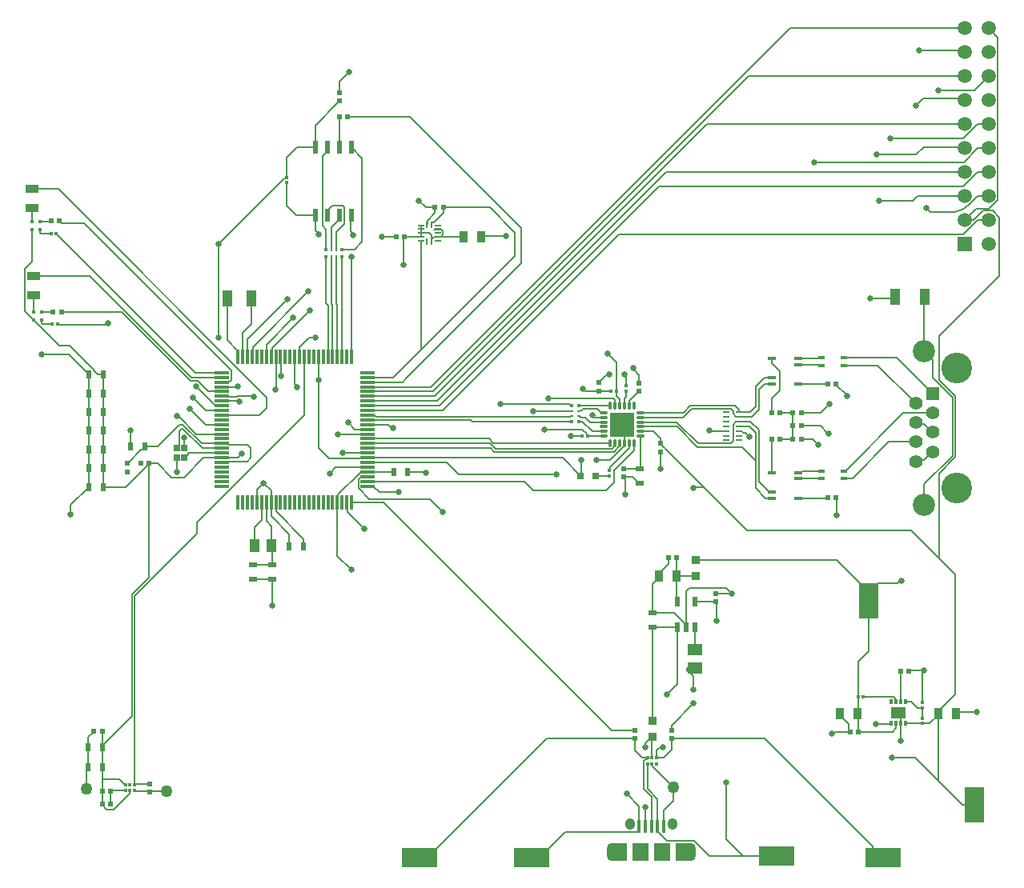
<source format=gtl>
G04*
G04 #@! TF.GenerationSoftware,Altium Limited,Altium Designer,20.1.14 (287)*
G04*
G04 Layer_Physical_Order=1*
G04 Layer_Color=15238730*
%FSLAX25Y25*%
%MOIN*%
G70*
G04*
G04 #@! TF.SameCoordinates,337FD55F-C749-4CE5-A7C0-25B7CD9D1A6A*
G04*
G04*
G04 #@! TF.FilePolarity,Positive*
G04*
G01*
G75*
%ADD14C,0.00600*%
G04:AMPARAMS|DCode=17|XSize=29.13mil|YSize=8.66mil|CornerRadius=0.26mil|HoleSize=0mil|Usage=FLASHONLY|Rotation=0.000|XOffset=0mil|YOffset=0mil|HoleType=Round|Shape=RoundedRectangle|*
%AMROUNDEDRECTD17*
21,1,0.02913,0.00814,0,0,0.0*
21,1,0.02861,0.00866,0,0,0.0*
1,1,0.00052,0.01431,-0.00407*
1,1,0.00052,-0.01431,-0.00407*
1,1,0.00052,-0.01431,0.00407*
1,1,0.00052,0.01431,0.00407*
%
%ADD17ROUNDEDRECTD17*%
%ADD18R,0.01713X0.01024*%
%ADD19R,0.01713X0.01614*%
%ADD20R,0.01614X0.01713*%
%ADD21R,0.01024X0.01713*%
G04:AMPARAMS|DCode=22|XSize=31.89mil|YSize=10.24mil|CornerRadius=1.28mil|HoleSize=0mil|Usage=FLASHONLY|Rotation=180.000|XOffset=0mil|YOffset=0mil|HoleType=Round|Shape=RoundedRectangle|*
%AMROUNDEDRECTD22*
21,1,0.03189,0.00768,0,0,180.0*
21,1,0.02933,0.01024,0,0,180.0*
1,1,0.00256,-0.01467,0.00384*
1,1,0.00256,0.01467,0.00384*
1,1,0.00256,0.01467,-0.00384*
1,1,0.00256,-0.01467,-0.00384*
%
%ADD22ROUNDEDRECTD22*%
G04:AMPARAMS|DCode=23|XSize=31.89mil|YSize=10.24mil|CornerRadius=1.28mil|HoleSize=0mil|Usage=FLASHONLY|Rotation=270.000|XOffset=0mil|YOffset=0mil|HoleType=Round|Shape=RoundedRectangle|*
%AMROUNDEDRECTD23*
21,1,0.03189,0.00768,0,0,270.0*
21,1,0.02933,0.01024,0,0,270.0*
1,1,0.00256,-0.00384,-0.01467*
1,1,0.00256,-0.00384,0.01467*
1,1,0.00256,0.00384,0.01467*
1,1,0.00256,0.00384,-0.01467*
%
%ADD23ROUNDEDRECTD23*%
%ADD24R,0.10236X0.10236*%
%ADD25R,0.02362X0.02205*%
%ADD26R,0.02205X0.02362*%
%ADD27R,0.02362X0.02126*%
%ADD28R,0.02126X0.02362*%
%ADD29R,0.01968X0.03959*%
%ADD30R,0.01200X0.01800*%
%ADD31R,0.03700X0.01600*%
%ADD32R,0.03543X0.05118*%
%ADD33R,0.02362X0.03543*%
%ADD34R,0.02200X0.05800*%
%ADD35R,0.01575X0.01496*%
%ADD36R,0.07100X0.07500*%
%ADD37O,0.03900X0.07500*%
%ADD38O,0.04100X0.04900*%
%ADD39R,0.01600X0.05300*%
%ADD40R,0.14961X0.07992*%
%ADD41R,0.03661X0.03504*%
%ADD42R,0.05906X0.05118*%
%ADD43R,0.01496X0.01575*%
%ADD44R,0.01772X0.01772*%
%ADD45R,0.05591X0.03622*%
%ADD46R,0.02559X0.02953*%
%ADD47R,0.04331X0.05591*%
%ADD48R,0.03543X0.02362*%
%ADD49R,0.05906X0.01181*%
%ADD50R,0.01181X0.05906*%
%ADD51R,0.03937X0.07087*%
G04:AMPARAMS|DCode=53|XSize=16.54mil|YSize=12.21mil|CornerRadius=3.05mil|HoleSize=0mil|Usage=FLASHONLY|Rotation=90.000|XOffset=0mil|YOffset=0mil|HoleType=Round|Shape=RoundedRectangle|*
%AMROUNDEDRECTD53*
21,1,0.01654,0.00610,0,0,90.0*
21,1,0.01043,0.01221,0,0,90.0*
1,1,0.00610,0.00305,0.00522*
1,1,0.00610,0.00305,-0.00522*
1,1,0.00610,-0.00305,-0.00522*
1,1,0.00610,-0.00305,0.00522*
%
%ADD53ROUNDEDRECTD53*%
%ADD54R,0.04173X0.07165*%
%ADD55R,0.07992X0.14961*%
%ADD56R,0.03150X0.03150*%
%ADD82R,0.05906X0.04724*%
%ADD91R,0.02800X0.01400*%
%ADD104R,0.02677X0.00787*%
%ADD105R,0.00787X0.02677*%
%ADD106R,0.01200X0.02400*%
%ADD107C,0.05937*%
%ADD108R,0.05937X0.05937*%
%ADD109C,0.12795*%
%ADD110C,0.05504*%
%ADD111R,0.05504X0.05504*%
%ADD112C,0.09272*%
%ADD113C,0.02500*%
%ADD114C,0.05000*%
%ADD115C,0.02600*%
%ADD116C,0.02400*%
G36*
X294165Y14750D02*
Y9650D01*
X295365Y8450D01*
X289165D01*
Y15950D01*
X295365D01*
X294165Y14750D01*
D02*
G37*
G36*
X268690Y8450D02*
X262490D01*
X263690Y9650D01*
Y14750D01*
X262490Y15950D01*
X268690D01*
Y8450D01*
D02*
G37*
D14*
X405357Y278900D02*
G03*
X411351Y282081I-2181J11350D01*
G01*
X379100Y51500D02*
X388704D01*
X398247Y41957D01*
X372200Y65600D02*
X378447D01*
X378647Y65800D01*
X364943Y76900D02*
Y91404D01*
X369243Y95704D01*
Y116900D01*
X367147Y76900D02*
X379620D01*
X364943D02*
X365047Y76795D01*
X380316Y75100D02*
X380616Y74800D01*
X380316Y75100D02*
Y76204D01*
X379620Y76900D02*
X380316Y76204D01*
X369447Y116900D02*
Y119975D01*
X369243Y120179D02*
X369447Y119975D01*
X380616Y63700D02*
Y65800D01*
X379214Y62298D02*
X380616Y63700D01*
X365098Y62298D02*
X379214D01*
X365048Y62348D02*
X365098Y62298D01*
X369243Y120179D02*
X369447Y120384D01*
X373143Y124080D01*
X254500Y194100D02*
X255299Y193301D01*
X249585Y196341D02*
X249913D01*
X250372Y196800D01*
X256380D01*
X250100Y191552D02*
X254256Y187396D01*
X248684Y191552D02*
X250100D01*
X254256Y187396D02*
X258993D01*
X253413Y191333D02*
X258993D01*
X248895Y193604D02*
X249445D01*
X249790Y193259D01*
X251487D01*
X248684Y193816D02*
X248895Y193604D01*
X251487Y193259D02*
X253413Y191333D01*
X189806Y271632D02*
X191424D01*
X189900Y268669D02*
X191424D01*
X69604Y173910D02*
Y174029D01*
Y126501D02*
Y173910D01*
X183000Y221500D02*
X222100Y260600D01*
X171453Y209953D02*
X183000Y221500D01*
X182931Y221568D02*
Y267001D01*
Y221568D02*
X183000Y221500D01*
X224800Y257400D02*
Y272300D01*
X176700Y209400D02*
X176800D01*
X224800Y257400D01*
X187400Y273635D02*
Y274580D01*
X187494Y274673D01*
X188382D01*
X37100Y152800D02*
Y156697D01*
X44667Y164264D01*
X25100Y219500D02*
X36189D01*
X44625Y211064D01*
X392361Y243245D02*
X392516Y243400D01*
X392361Y220762D02*
Y243245D01*
Y220762D02*
Y221016D01*
X149000Y328500D02*
Y333100D01*
X153100Y337200D01*
X148882Y325098D02*
X149000D01*
X148119Y324335D02*
X148882Y325098D01*
X148119Y324217D02*
Y324335D01*
X138900Y314998D02*
X148119Y324217D01*
X138900Y305900D02*
Y314998D01*
X316948Y10500D02*
X331000D01*
X302895D02*
X316948D01*
X309900Y17548D02*
Y41300D01*
Y17548D02*
X316948Y10500D01*
X398247Y41957D02*
Y69213D01*
Y41957D02*
X408304Y31900D01*
X413200D01*
X182200Y10000D02*
X185684D01*
X235272Y59587D01*
X272000D01*
X287200D02*
X325913D01*
X374652Y10000D02*
X375500D01*
X370955Y13696D02*
X374652Y10000D01*
X370955Y13696D02*
Y14545D01*
X325913Y59587D02*
X370955Y14545D01*
X281487Y20874D02*
Y34308D01*
Y20874D02*
X281987Y20374D01*
Y20060D02*
Y20374D01*
Y20060D02*
X285196Y16850D01*
X296545D01*
X302895Y10500D01*
X120817Y126011D02*
X120869Y125958D01*
X273809Y20874D02*
Y31291D01*
X229000Y10000D02*
X232484D01*
X242858Y20374D01*
X273309D01*
X273809Y20874D01*
X309900Y41300D02*
X310074Y41126D01*
X316595Y187498D02*
X317097Y186996D01*
X315571Y187498D02*
X316595D01*
X315438Y187631D02*
X315571Y187498D01*
X318004Y186996D02*
X319800Y185200D01*
X317097Y186996D02*
X318004D01*
X398500Y329600D02*
X413400D01*
X419300Y335500D01*
X120817Y126011D02*
X121100Y125727D01*
X296200Y80000D02*
Y85542D01*
X293747Y87995D02*
X296200Y85542D01*
X293747Y87995D02*
Y89020D01*
X297000D01*
Y96500D02*
Y105905D01*
X297009Y105914D01*
X382642Y58558D02*
X382700Y58500D01*
X382642Y58558D02*
Y65742D01*
X382584Y65800D02*
X382642Y65742D01*
X382584Y65800D02*
Y69316D01*
X381600Y70300D02*
X382584Y69316D01*
Y87438D02*
X382747Y87600D01*
X382584Y74800D02*
Y87438D01*
X391647Y68005D02*
Y72198D01*
X405687Y70000D02*
X406187Y70500D01*
X414400D01*
X384553Y74800D02*
X387068D01*
X389671Y72198D02*
X391647D01*
X398567Y134633D02*
X405400Y127800D01*
X398207Y70000D02*
Y70787D01*
X405400Y77980D01*
Y127800D01*
X398207Y69213D02*
Y70000D01*
X391647Y65800D02*
X394794D01*
X384553Y65800D02*
X384553Y65800D01*
X391647D01*
X387068Y74800D02*
X389671Y72198D01*
X394794Y65800D02*
X398207Y69213D01*
X21754Y237284D02*
Y244274D01*
X21827D01*
Y252148D02*
X45152D01*
X87347Y209953D02*
X100085D01*
X45152Y252148D02*
X87347Y209953D01*
X82000Y193800D02*
X89468Y186331D01*
X81500Y193800D02*
X82000D01*
X82461Y190350D02*
X83753D01*
X84370Y180663D02*
X84400Y180634D01*
X84370Y180663D02*
Y184995D01*
X89468Y186331D02*
X100085D01*
X83334Y188575D02*
X83831D01*
X91708Y182395D02*
X102447D01*
X82221Y187461D02*
X83334Y188575D01*
X83831D02*
X91980Y180426D01*
X83753Y190350D02*
X91708Y182395D01*
X91980Y180426D02*
X100085D01*
X73311Y181200D02*
X82461Y190350D01*
X51945Y231955D02*
X52459Y232470D01*
X52770D01*
X93326Y196174D02*
X100085D01*
X86820Y196880D02*
X93432Y190269D01*
X86820Y196880D02*
Y196920D01*
X88100Y201400D02*
X93326Y196174D01*
X93432Y190269D02*
X100085D01*
X98700Y226400D02*
Y265606D01*
X409395Y275595D02*
X414009Y280209D01*
X386897Y146303D02*
X398567Y134633D01*
X392361Y165461D02*
X404200Y177300D01*
X398567Y208874D02*
Y227267D01*
X395900Y209844D02*
X404200Y201544D01*
X398567Y208874D02*
X405400Y202041D01*
X398567Y169970D02*
X405400Y176803D01*
X404200Y177300D02*
Y201544D01*
X398567Y227267D02*
X423600Y252300D01*
X405400Y176803D02*
Y202041D01*
X398567Y134633D02*
Y169970D01*
X423600Y252300D02*
Y276671D01*
X413168Y275595D02*
X416942Y279368D01*
X420902D02*
X423600Y276671D01*
X409395Y275595D02*
X413168D01*
X416942Y279368D02*
X420902D01*
X409300Y275500D02*
X409395Y275595D01*
X408639Y269369D02*
X414771Y275500D01*
X419300D01*
X265369Y269369D02*
X408639D01*
X192174Y196174D02*
X265369Y269369D01*
X419300Y355500D02*
X423169Y351631D01*
Y283898D02*
Y351631D01*
X419480Y280209D02*
X423169Y283898D01*
X414009Y280209D02*
X419480D01*
X160715Y204048D02*
X160967Y204300D01*
X188100D01*
X319300Y335500D01*
X409300D01*
X389000Y323300D02*
X392000Y326300D01*
X408500D01*
X346700Y299600D02*
X408871D01*
X188680Y202080D02*
X302100Y315500D01*
X160715Y202080D02*
X188680D01*
X372800Y302700D02*
X389100D01*
X394900Y278900D02*
X405299D01*
X393300Y280500D02*
X394900Y278900D01*
X405299D02*
X405357Y278900D01*
X390200Y346300D02*
X408500D01*
X190743Y198143D02*
X281968Y289369D01*
X160715Y198143D02*
X190743D01*
X378200Y309400D02*
X408671D01*
X189611Y200111D02*
X285000Y295500D01*
X373700Y283500D02*
X387700D01*
X389700Y285500D01*
X409300D01*
X336530Y355500D02*
X409300D01*
X160715Y206016D02*
X187046D01*
X336530Y355500D01*
X408500Y326300D02*
X409300Y325500D01*
X281968Y289369D02*
X408639D01*
X414771Y295500D01*
X419300D01*
X408871Y299600D02*
X414771Y305500D01*
X419300D01*
X302100Y315500D02*
X409300D01*
X389100Y302700D02*
X392200Y305800D01*
X409000D01*
X409300Y305500D01*
X408671Y309400D02*
X414771Y315500D01*
X419300D01*
X411351Y282081D02*
X414771Y285500D01*
X419300D01*
X408500Y346300D02*
X409300Y345500D01*
X285000Y295500D02*
X409300D01*
X160715Y196174D02*
X192174D01*
X160715Y200111D02*
X189611D01*
X178500Y318600D02*
X224800Y272300D01*
X211562Y280738D02*
X222100Y270200D01*
Y260600D02*
Y270200D01*
X188841Y278657D02*
Y280738D01*
X185525Y275341D02*
X188841Y278657D01*
X176092Y268576D02*
X182931D01*
X154022Y218615D02*
Y260322D01*
X138900Y271314D02*
X140300Y269914D01*
X138900Y271314D02*
Y277600D01*
X140300Y269400D02*
Y269914D01*
X153800Y270855D02*
Y277500D01*
Y270855D02*
X154820Y269834D01*
Y269320D02*
Y269834D01*
X153800Y277500D02*
X153900Y277600D01*
X115805Y194205D02*
X118800Y197200D01*
Y201500D01*
X100085Y194205D02*
X115805D01*
X112000Y176452D02*
Y180549D01*
X102447Y182395D02*
X102925Y181916D01*
X110632D01*
X112000Y180549D01*
X106589Y176489D02*
X108200Y178100D01*
Y178250D01*
X110547Y174998D02*
X112000Y176452D01*
X100085Y174521D02*
X102447D01*
X102925Y174998D02*
X110547D01*
X102447Y174521D02*
X102925Y174998D01*
X144700Y176300D02*
X160526D01*
X140500Y180500D02*
Y208700D01*
Y180500D02*
X144700Y176300D01*
X112981Y126011D02*
X120817D01*
X121100Y114800D02*
Y125727D01*
X106462Y202080D02*
X113321D01*
X113500Y201900D01*
X106283D02*
X106462Y202080D01*
X100265Y201900D02*
X106283D01*
X100085Y202080D02*
X100265Y201900D01*
X160526Y176300D02*
X160715Y176489D01*
X140200Y209000D02*
X140500Y208700D01*
X175600Y268084D02*
X175954Y268438D01*
X175600Y256700D02*
Y268084D01*
X126552Y292854D02*
X127000Y293302D01*
X125949Y292854D02*
X126552D01*
X98700Y265606D02*
X125949Y292854D01*
X100085Y176489D02*
X106589D01*
X140243Y209043D02*
Y218615D01*
X140200Y209000D02*
X140243Y209043D01*
X122500Y204900D02*
X122526Y204926D01*
Y218615D01*
X21027Y288364D02*
X31936D01*
X118800Y201500D01*
X124597Y210603D02*
Y218512D01*
Y210603D02*
X124700Y210500D01*
X100091Y200106D02*
X107177D01*
X107353Y199929D01*
X100085Y200111D02*
X100091Y200106D01*
X31629Y232111D02*
X31785Y231955D01*
X51945D01*
X100085Y206016D02*
X106717D01*
X106800Y206100D01*
X369243Y120179D02*
Y120589D01*
X297400Y133705D02*
X356127D01*
X369243Y120589D01*
X373143Y124080D02*
X381466D01*
X382486Y125100D01*
X383000D01*
X296300Y163900D02*
X296600Y164200D01*
X300800D01*
X318697Y146303D01*
X284681Y180320D02*
X300800Y164200D01*
X318697Y146303D02*
X386897D01*
X284681Y180320D02*
Y180435D01*
X282718Y182401D02*
X283481Y181638D01*
X284039Y180962D02*
X284154D01*
X283481Y181520D02*
Y181638D01*
Y181520D02*
X284039Y180962D01*
X282600Y182401D02*
X282718D01*
X284154Y180962D02*
X284681Y180435D01*
X245200Y185500D02*
X249995D01*
X250095Y185400D01*
X250103Y188200D02*
X251852Y186451D01*
X234400Y188200D02*
X250103D01*
X249357Y169000D02*
X249800Y169443D01*
Y175600D01*
X255299Y193301D02*
X258993D01*
X256380Y196800D02*
X257910Y195270D01*
X248684Y195784D02*
X249028D01*
X249585Y196341D01*
X257910Y195270D02*
X258993D01*
X250400Y205200D02*
X251301Y204299D01*
X256900D01*
Y207701D02*
X257018D01*
X260154Y210837D01*
X261036D01*
X261400Y211200D01*
X268500Y206502D02*
Y209986D01*
X267800Y210686D02*
X268500Y209986D01*
X267800Y210686D02*
Y211200D01*
X266670Y190349D02*
X267654Y189364D01*
Y182671D02*
Y189364D01*
Y181589D02*
Y182671D01*
X267098Y181032D02*
X267654Y181589D01*
X267098Y180779D02*
Y181032D01*
X261819Y175500D02*
X267098Y180779D01*
X256000Y175500D02*
X261819D01*
X274347Y172042D02*
Y185427D01*
X21054Y258040D02*
Y271654D01*
X18132Y255118D02*
X21054Y258040D01*
X18132Y237560D02*
Y255118D01*
Y237560D02*
X21754Y233938D01*
X32390Y223301D01*
X36697D01*
X46748Y213250D01*
Y212849D02*
Y213250D01*
Y212849D02*
X48491Y211106D01*
X50572D01*
X155450Y188350D02*
X160665D01*
X152700Y191100D02*
X155450Y188350D01*
X160684Y186300D02*
X160715Y186331D01*
X148500Y186300D02*
X160684D01*
X160665Y188350D02*
X160715Y188300D01*
X163077Y194205D02*
X163555Y193728D01*
X164041D02*
X164268Y193500D01*
X163555Y193728D02*
X164041D01*
X164268Y193500D02*
X245056D01*
X245372Y193816D01*
X245717D01*
X229616Y195784D02*
X245717D01*
X229600Y195800D02*
X229616Y195784D01*
X215900Y198700D02*
X244465D01*
X244765Y199000D01*
X245717Y198048D01*
X170696Y189000D02*
X171200D01*
X169428Y190269D02*
X170696Y189000D01*
X160715Y190269D02*
X169428D01*
X147452Y172552D02*
X160715D01*
X144900Y170000D02*
X147452Y172552D01*
X89600Y144800D02*
Y149377D01*
X134337Y194114D02*
Y218615D01*
X89600Y149377D02*
X134337Y194114D01*
X63797Y40297D02*
Y118997D01*
X89600Y144800D01*
X150521Y178479D02*
X160694D01*
X150500Y178500D02*
X150521Y178479D01*
X160694D02*
X160715Y178457D01*
Y170583D02*
X171464D01*
X171547Y170500D01*
X148117Y135583D02*
Y157985D01*
X152344Y153856D02*
X159400Y146800D01*
X148117Y135583D02*
X154000Y129700D01*
X152344Y153856D02*
Y157694D01*
X152053Y157985D02*
X152344Y157694D01*
X285500Y78000D02*
X289528Y82029D01*
Y105914D01*
X287200Y65000D02*
X296300Y74100D01*
X287200Y63013D02*
Y65000D01*
X160424Y170293D02*
X160715Y170583D01*
X148117Y157985D02*
X148407Y158276D01*
X157577Y168324D02*
X160424D01*
X157577Y170293D02*
X160424D01*
X156862Y165034D02*
Y167610D01*
X157577Y168324D01*
X148407Y161123D02*
X157577Y170293D01*
X156862Y163715D02*
Y165034D01*
X148407Y158276D02*
Y161123D01*
X186615Y159185D02*
X192000Y153800D01*
X161392Y159185D02*
X186615D01*
X160424Y168324D02*
X160715Y168615D01*
X156862Y163715D02*
X161392Y159185D01*
X262387Y63013D02*
X272000D01*
X167415Y157985D02*
X262387Y63013D01*
X154022Y157985D02*
X167415D01*
X165655Y162100D02*
X173600D01*
X163077Y164678D02*
X165655Y162100D01*
X160715Y164678D02*
X163077D01*
X130400Y207114D02*
Y218615D01*
Y207114D02*
X131300Y206214D01*
Y205700D02*
Y206214D01*
X236100Y201200D02*
X263000D01*
X263680Y198064D02*
X263718Y198026D01*
X263680Y198064D02*
Y200520D01*
X263000Y201200D02*
X263680Y200520D01*
X160715Y207985D02*
X175285D01*
X176700Y209400D01*
X160715Y209953D02*
X171453D01*
X152313Y318600D02*
X178500D01*
X192266Y280738D02*
X211562D01*
X208155Y268700D02*
X218300D01*
X160715Y174521D02*
X193579D01*
X198600Y169500D01*
X160715Y176489D02*
X241868D01*
X249357Y169000D01*
X198600Y169500D02*
X239300D01*
X177453Y170500D02*
X184900D01*
X185150Y170250D01*
X160715Y166647D02*
X225954D01*
X229700Y162900D01*
X294600Y122300D02*
X310100D01*
X305813Y119900D02*
X312500D01*
X306000Y108500D02*
Y116287D01*
X305800Y116487D02*
X306000Y116287D01*
X293269Y106909D02*
Y120969D01*
Y105914D02*
Y106909D01*
X310100Y122300D02*
X312500Y119900D01*
X293269Y120969D02*
X294600Y122300D01*
X63797Y40084D02*
Y40297D01*
X50572Y172164D02*
Y179952D01*
X62597Y68735D02*
Y119494D01*
X69604Y126501D01*
X50572Y187741D02*
Y195529D01*
X50253Y56391D02*
X62597Y68735D01*
X50572Y179952D02*
Y187741D01*
X50200Y56391D02*
Y62599D01*
X50253Y55800D02*
Y56391D01*
X103938Y208990D02*
Y212885D01*
X33242Y274146D02*
X42678D01*
X103938Y212885D01*
X25100Y237284D02*
X29741D01*
X29814Y237211D01*
X58392D02*
X87153Y208450D01*
X33239Y237211D02*
X58392D01*
X89200Y206180D02*
Y206300D01*
Y206180D02*
X96947Y198433D01*
X87153Y208450D02*
X90091D01*
X94493Y204048D01*
X96947Y198433D02*
X99795D01*
X89036Y211922D02*
X100085D01*
X31619Y269339D02*
X89036Y211922D01*
X94493Y204048D02*
X100085D01*
X31132Y269787D02*
X31580Y269339D01*
X31619D01*
X31132Y269787D02*
Y269827D01*
X99795Y198433D02*
X100085Y198143D01*
X100376Y208276D02*
X103223D01*
X100085Y207985D02*
X100376Y208276D01*
X32439Y274948D02*
Y275027D01*
Y274948D02*
X33242Y274146D01*
X103223Y208276D02*
X103938Y208990D01*
X127000Y301400D02*
X131500Y305900D01*
X138900D01*
X127000Y293302D02*
Y301400D01*
X112221Y232054D02*
Y242900D01*
X108747Y228579D02*
X112221Y232054D01*
X108747Y218615D02*
Y228579D01*
X102379Y225376D02*
Y242900D01*
Y225376D02*
X106778Y220977D01*
Y218615D02*
Y220977D01*
X279239Y66748D02*
Y105861D01*
X279200Y105900D02*
X279239Y105861D01*
X129700Y234800D02*
Y234862D01*
X118589Y218615D02*
Y223689D01*
X129700Y234800D01*
X136301Y226400D02*
X139100D01*
X112974Y222674D02*
X136000Y245700D01*
X120848Y222048D02*
X136700Y237900D01*
X120848Y218905D02*
Y222048D01*
X112974Y218905D02*
Y222674D01*
X120557Y218615D02*
X120848Y218905D01*
X260700Y219700D02*
X264304Y216095D01*
X110715Y225915D02*
X127200Y242400D01*
X110715Y218615D02*
Y225915D01*
X132369Y222468D02*
X136301Y226400D01*
X120869Y131864D02*
Y139715D01*
X120784Y139800D02*
X120869Y139715D01*
X112683Y218615D02*
X112974Y218905D01*
X207994Y268538D02*
X208155Y268700D01*
X132369Y218615D02*
Y222468D01*
X160715Y194205D02*
X163077D01*
X204461Y191552D02*
X245717D01*
X264304Y204300D02*
Y216095D01*
X229700Y162900D02*
X260000D01*
X263400Y166300D01*
Y171318D01*
X271592Y179509D02*
Y182671D01*
X263400Y171318D02*
X271592Y179509D01*
X267500Y171901D02*
X274110D01*
X261701Y172501D02*
X269623Y180423D01*
X261701Y171406D02*
Y172501D01*
X261500Y171205D02*
X261701Y171406D01*
X269623Y180423D02*
Y182671D01*
X251852Y185848D02*
X252300Y185400D01*
X251852Y185848D02*
Y186451D01*
X273800Y207625D02*
Y210886D01*
X271300Y213386D02*
X273800Y210886D01*
X271300Y213386D02*
Y213900D01*
X203776Y192237D02*
X204461Y191552D01*
X160715Y192237D02*
X203776D01*
X122526Y154111D02*
Y157985D01*
X134053Y139600D02*
Y142584D01*
X122526Y154111D02*
X134053Y142584D01*
X120557Y152142D02*
Y157985D01*
Y152142D02*
X128147Y144552D01*
Y139600D02*
Y144552D01*
X84400Y176500D02*
Y176697D01*
X85379Y177676D01*
X85576D01*
X86357Y178457D01*
X100085D01*
X84351Y168350D02*
X92490Y176489D01*
X100085D01*
X82221Y181407D02*
Y187461D01*
X81447Y180634D02*
X82221Y181407D01*
X68000Y181200D02*
X73311D01*
X60800Y174113D02*
X60879D01*
X66495Y179728D01*
X67119D01*
X68000Y180609D01*
Y181200D01*
X79118Y168350D02*
X84351D01*
X73440Y174029D02*
X79118Y168350D01*
X69604Y174029D02*
X73440D01*
X81300Y170500D02*
Y176353D01*
X50572Y164264D02*
X59957D01*
X69604Y173910D01*
X124495Y218615D02*
X124597Y218512D01*
X184862Y280738D02*
X188841D01*
X182000Y283600D02*
X184862Y280738D01*
X172491Y268500D02*
X172553Y268438D01*
X166800Y268500D02*
X172491D01*
X355463Y62248D02*
X361647D01*
X354614Y61400D02*
X355463Y62248D01*
X354100Y61400D02*
X354614D01*
X391647Y74402D02*
Y86433D01*
X392400Y87186D01*
Y87700D01*
X386148Y87600D02*
X386248Y87700D01*
X392400D01*
X305800Y119913D02*
X305813Y119900D01*
X379884Y242800D02*
X380484Y243400D01*
X370000Y242800D02*
X379884D01*
X355701Y206982D02*
Y207100D01*
Y206982D02*
X360200Y202483D01*
Y202200D02*
Y202483D01*
X355802Y159800D02*
X355900Y159702D01*
Y152500D02*
Y159702D01*
X341201Y184200D02*
X346000D01*
X348400Y181800D01*
X310128Y187666D02*
X310162Y187631D01*
X303134Y187666D02*
X310128D01*
X303100Y187700D02*
X303134Y187666D01*
X282600Y171800D02*
Y178999D01*
X267500Y168499D02*
X267900Y168099D01*
Y161100D02*
Y168099D01*
X114652Y163052D02*
X117500Y165900D01*
X114652Y157985D02*
Y163052D01*
X120557Y157985D02*
Y162843D01*
X117500Y165900D02*
X120557Y162843D01*
X120784Y139800D02*
Y147861D01*
X118589Y150057D02*
X120784Y147861D01*
X118589Y150057D02*
Y157985D01*
X113816Y139800D02*
Y147557D01*
X116621Y150361D01*
Y157985D01*
X81300Y176353D02*
X81447Y176500D01*
X62100Y181395D02*
Y188000D01*
X62000Y181295D02*
X62100Y181395D01*
X62000Y181295D02*
X62094Y181200D01*
X143368Y240733D02*
Y260233D01*
Y240733D02*
X144179Y239921D01*
Y218615D02*
Y239921D01*
X145632Y240585D02*
Y260233D01*
Y240585D02*
X146148Y240069D01*
Y218615D02*
Y240069D01*
X147600Y240585D02*
Y260233D01*
Y240585D02*
X148117Y240069D01*
Y218615D02*
Y240069D01*
X149864Y260233D02*
X149974Y260122D01*
Y218726D02*
Y260122D01*
Y218726D02*
X150085Y218615D01*
X211709Y182395D02*
X213927Y180177D01*
X160715Y182395D02*
X211709D01*
X211461Y184363D02*
X213153Y182671D01*
X160715Y180426D02*
X211981D01*
X213430Y178977D01*
X160715Y184363D02*
X211461D01*
X213927Y180177D02*
X262559D01*
X213153Y182671D02*
X261749D01*
X213430Y178977D02*
X263327D01*
X265474Y181124D01*
Y182460D01*
X265686Y182671D01*
X263161Y180779D02*
Y181032D01*
X263718Y181589D01*
X262559Y180177D02*
X263161Y180779D01*
X263718Y181589D02*
Y182671D01*
X188402Y271632D02*
X189806D01*
X191611Y268576D02*
X200476D01*
X192139Y269384D02*
Y270917D01*
X191424Y268669D02*
X192139Y269384D01*
X192366Y278657D02*
Y280638D01*
X200476Y268576D02*
X200513Y268538D01*
X187400Y266666D02*
Y267611D01*
X186383Y270150D02*
X187400Y269133D01*
X182931Y270150D02*
X186383D01*
X182931Y268576D02*
Y270150D01*
X191424Y271632D02*
X192139Y270917D01*
X189806Y271632D02*
X189900Y271725D01*
X187400Y267611D02*
Y269133D01*
X188382Y274673D02*
X192366Y278657D01*
X185431Y273635D02*
X185525Y273728D01*
Y275341D01*
X187400Y267611D02*
X188271Y268482D01*
X189806D01*
X189900Y268576D01*
X182931Y271725D02*
Y273300D01*
Y270150D02*
Y271725D01*
X192266Y280738D02*
X192366Y280638D01*
X175954Y268438D02*
X176092Y268576D01*
X113034Y131864D02*
X120869D01*
X112981Y131916D02*
X113034Y131864D01*
X50572Y164264D02*
Y172164D01*
X44625Y211064D02*
X44667Y211106D01*
X44667Y164264D02*
Y172164D01*
Y179952D01*
Y187741D01*
Y195529D01*
Y203317D01*
X44667Y203317D02*
Y211106D01*
X50572Y195529D02*
Y203317D01*
X50572Y203317D02*
Y211106D01*
X50572Y203317D02*
X50572Y203317D01*
X44667Y203317D02*
X44667Y203317D01*
X130900Y277600D02*
X138900D01*
X127000Y281500D02*
Y291098D01*
Y281500D02*
X130900Y277600D01*
X158500Y266500D02*
Y301300D01*
X149864Y263200D02*
X155200D01*
X158500Y266500D01*
X153900Y305900D02*
X158500Y301300D01*
X147600Y263200D02*
Y270665D01*
X150900Y273965D02*
Y280873D01*
X147600Y270665D02*
X150900Y273965D01*
X143368Y263200D02*
Y271581D01*
X141900Y273048D02*
X143368Y271581D01*
X141900Y273048D02*
Y302100D01*
X143900Y304100D01*
Y305900D01*
Y279400D02*
X145900Y281400D01*
X143900Y277600D02*
Y279400D01*
X150373Y281400D02*
X150900Y280873D01*
X145900Y281400D02*
X150373D01*
X145632Y272532D02*
X148900Y275800D01*
Y277600D01*
X145632Y263200D02*
Y272532D01*
X148900Y305900D02*
Y318587D01*
X148887Y318600D02*
X148900Y318587D01*
X281129Y51539D02*
Y54629D01*
X283280Y55580D02*
X283600Y55900D01*
X282080Y55580D02*
X283280D01*
X281129Y54629D02*
X282080Y55580D01*
X276334Y22758D02*
X276368Y22724D01*
X276334Y22758D02*
Y30966D01*
X276300Y31000D02*
X276334Y30966D01*
X288000Y33400D02*
Y39200D01*
X43800Y38600D02*
Y47053D01*
X44347Y47600D01*
X279459Y47741D02*
X288000Y39200D01*
X279459Y47741D02*
Y48639D01*
X284046Y29446D02*
X288000Y33400D01*
X284046Y22724D02*
Y29446D01*
X268600Y36500D02*
X273809Y31291D01*
X277189Y38605D02*
Y48939D01*
Y38605D02*
X281487Y34308D01*
X275689Y38408D02*
X278928Y35170D01*
Y22724D02*
Y35170D01*
X275689Y38408D02*
Y50212D01*
X279159Y48939D02*
X279459Y48639D01*
X276400Y55800D02*
Y57500D01*
X279160Y60339D02*
X279239D01*
X277708Y58887D02*
X279160Y60339D01*
X277708Y58808D02*
Y58887D01*
X276400Y57500D02*
X277708Y58808D01*
X277192Y51239D02*
Y51539D01*
X276892Y50939D02*
X277192Y51239D01*
X276417Y50939D02*
X276892D01*
X275061Y51539D02*
X277192D01*
X275689Y50212D02*
X276417Y50939D01*
X272000Y54600D02*
X275061Y51539D01*
X272000Y54600D02*
Y59587D01*
X279161Y60261D02*
X279239Y60339D01*
X279161Y51539D02*
Y60261D01*
X284039Y51539D02*
X287200Y54700D01*
X281129Y51539D02*
X284039D01*
X287200Y54700D02*
Y59587D01*
X361647Y62248D02*
Y62348D01*
X360883Y63111D02*
X361647Y62348D01*
X360883Y63111D02*
Y65643D01*
X357307Y69219D02*
Y69907D01*
X365048Y62248D02*
Y62348D01*
X364787Y69907D02*
X365048Y69646D01*
X364837Y69957D02*
X365047Y70167D01*
X364943Y76900D02*
X365047Y76795D01*
X357307Y69219D02*
X360883Y65643D01*
X365047Y70167D02*
Y76795D01*
X365048Y62348D02*
Y69646D01*
X316302Y195505D02*
X320106D01*
X322500Y197900D02*
Y206097D01*
X320106Y195505D02*
X322500Y197900D01*
X320701Y193404D02*
X323700Y196403D01*
Y205000D01*
X315571Y193404D02*
X320701D01*
X315438Y195505D02*
X316302D01*
X322500Y206097D02*
X326152Y209749D01*
X315438Y193537D02*
X315571Y193404D01*
X315305Y193670D02*
X315438Y193537D01*
X323700Y205000D02*
X325890Y207190D01*
X322400Y175350D02*
Y187000D01*
Y163700D02*
Y175350D01*
X316750Y181000D02*
X322400Y175350D01*
X315438Y189600D02*
X319800D01*
X322400Y187000D01*
X320177Y191569D02*
X323600Y188146D01*
Y166439D02*
Y188146D01*
X315438Y191569D02*
X320177D01*
X322400Y163700D02*
X326482Y159618D01*
X323600Y166439D02*
X327862Y162178D01*
X297900Y181000D02*
X316750D01*
X289536Y189364D02*
X297900Y181000D01*
X274347Y189364D02*
X289536D01*
X274347Y191333D02*
X289323D01*
X298295Y182361D02*
X311977D01*
X289323Y191333D02*
X298295Y182361D01*
X282600Y182401D02*
Y184364D01*
X279568Y187396D02*
X282600Y184364D01*
X274347Y187396D02*
X279568D01*
X295081Y198039D02*
X313661D01*
X315213Y195639D02*
Y196487D01*
X313661Y198039D02*
X315213Y196487D01*
X274347Y195270D02*
X292312D01*
X295081Y198039D01*
X311977Y196839D02*
X313051Y195764D01*
Y194745D02*
X314126Y193670D01*
X329000Y201241D02*
X332200Y204441D01*
Y212610D01*
X292041Y193301D02*
X295578Y196839D01*
X329012Y215799D02*
X332200Y212610D01*
X295578Y196839D02*
X311977D01*
X314126Y193670D02*
X315305D01*
X313051Y194745D02*
Y195764D01*
X274347Y193301D02*
X292041D01*
X311977Y182361D02*
X313000Y183385D01*
Y190309D02*
X314126Y191435D01*
X313000Y183385D02*
Y190309D01*
X315305Y191435D02*
X315438Y191569D01*
X314126Y191435D02*
X315305D01*
X325890Y207190D02*
X329012D01*
X326152Y209749D02*
X329012D01*
X279200Y105900D02*
X289515D01*
X289528Y105914D01*
X255657Y169000D02*
X261500D01*
X327862Y162178D02*
X328912D01*
X326482Y159618D02*
X328912D01*
X256900Y204299D02*
X256901Y204300D01*
X262100D01*
X392509Y190395D02*
X395865Y187039D01*
X389517Y190395D02*
X392509D01*
X388857Y191055D02*
X389517Y190395D01*
X392509Y175652D02*
X395865Y179008D01*
X389517Y175652D02*
X392509D01*
X388857Y174992D02*
X389517Y175652D01*
X352500Y186500D02*
X352800D01*
X349271Y189728D02*
X352500Y186500D01*
X358850Y167725D02*
X362525D01*
X377824Y183024D02*
X388857D01*
X362525Y167725D02*
X377824Y183024D01*
X358850Y170875D02*
X359550D01*
X383746Y195071D01*
X395865D01*
X341225Y189728D02*
X349271D01*
X341225Y195300D02*
X349400D01*
X352900Y198800D01*
X337799Y184200D02*
Y189728D01*
X328975Y170351D02*
Y184200D01*
X332400D02*
X337799D01*
X329000Y195300D02*
Y201241D01*
X329012Y215799D02*
Y217859D01*
X337800Y189728D02*
Y195300D01*
X332425D02*
X337800D01*
X337799Y189728D02*
X337800Y189728D01*
X328912Y170288D02*
X328975Y170351D01*
X392361Y220762D02*
X395900Y217223D01*
Y209844D02*
Y217223D01*
X392361Y157000D02*
Y165461D01*
X358850Y214925D02*
X373018D01*
X388857Y199087D01*
X358850Y218075D02*
X380892D01*
X395865Y203102D01*
X267500Y168499D02*
X271016D01*
X273568Y165947D01*
X274159D01*
Y171853D02*
X274347Y172042D01*
X274110Y171901D02*
X274159Y171853D01*
X273721Y204200D02*
X273800D01*
X269835Y200314D02*
X273721Y204200D01*
X269835Y198238D02*
Y200314D01*
X269623Y198026D02*
X269835Y198238D01*
X63797Y37800D02*
X64103Y37494D01*
X69694D01*
X69700Y37500D01*
X77000D01*
X44347Y55800D02*
X44500Y55953D01*
Y60100D01*
X46035Y61635D01*
Y61836D01*
X46798Y62599D01*
X44347Y47600D02*
Y55800D01*
X339900Y170288D02*
X340950D01*
X341537Y170875D01*
X349750D01*
X339900Y167729D02*
X339902Y167727D01*
X349748D01*
X349750Y167725D01*
X339900Y159618D02*
X352219D01*
X352400Y159800D01*
X340000Y215300D02*
X340187Y215113D01*
X349563D01*
X349750Y214925D01*
X340000Y217859D02*
X340108Y217967D01*
X349642D01*
X349750Y218075D01*
X340000Y207190D02*
X352209D01*
X352299Y207100D01*
X248684Y198048D02*
X261727D01*
X261749Y198026D01*
X268500Y201902D02*
Y204298D01*
X267654Y201056D02*
X268500Y201902D01*
X267654Y198026D02*
Y201056D01*
X264304Y202151D02*
Y204300D01*
Y202151D02*
X265686Y200770D01*
Y198026D02*
Y200770D01*
X258979Y185414D02*
X258993Y185427D01*
X252314Y185414D02*
X258979D01*
X252300Y185400D02*
X252314Y185414D01*
X305787Y116500D02*
X305800Y116487D01*
X297075Y116500D02*
X305787D01*
X297009Y116566D02*
X297075Y116500D01*
X279200Y111805D02*
Y123734D01*
X282020Y126554D01*
Y127341D01*
X288372Y111805D02*
X293269Y106909D01*
X279200Y111805D02*
X288372D01*
X289500Y116594D02*
Y127341D01*
Y116594D02*
X289528Y116566D01*
X286099Y132208D02*
Y135000D01*
X282020Y128129D02*
X286099Y132208D01*
X282020Y127341D02*
Y128129D01*
X289501Y127342D02*
Y135000D01*
X289500Y127341D02*
X289501Y127342D01*
X289500Y127341D02*
X297354D01*
X297400Y127295D01*
X50253Y47600D02*
Y55800D01*
X24827Y269827D02*
X28927D01*
X24434Y270219D02*
X24827Y269827D01*
X24434Y270219D02*
Y271619D01*
X24400Y271654D02*
X24434Y271619D01*
X24400Y275000D02*
X28987D01*
X29014Y275027D01*
X21027Y280490D02*
X21054Y280463D01*
Y275000D02*
Y280463D01*
X25451Y232111D02*
X29424D01*
X25100Y232462D02*
X25451Y232111D01*
X25100Y232462D02*
Y233938D01*
X50253Y42641D02*
Y47600D01*
Y37682D02*
Y42641D01*
X59860Y40084D02*
Y40297D01*
X59550Y40607D02*
X59860Y40297D01*
X59336Y40607D02*
X59550D01*
X57302Y42641D02*
X59336Y40607D01*
X50253Y42641D02*
X57302D01*
X61521Y36503D02*
Y37493D01*
X61828Y37800D01*
X50199Y31982D02*
X52162Y30019D01*
X55037D02*
X61521Y36503D01*
X50199Y31982D02*
Y32100D01*
X52162Y30019D02*
X55037D01*
X50199Y32100D02*
Y37628D01*
X50253Y37682D01*
X64112Y40613D02*
X70000D01*
X63797Y40297D02*
X64112Y40613D01*
X59840Y37820D02*
X59860Y37800D01*
X53601Y37628D02*
X53792Y37820D01*
X59840D01*
X53601Y37608D02*
Y37628D01*
Y32100D02*
Y36608D01*
D17*
X310162Y195505D02*
D03*
Y193537D02*
D03*
Y191569D02*
D03*
Y189600D02*
D03*
Y187631D02*
D03*
Y185663D02*
D03*
Y183695D02*
D03*
X315438D02*
D03*
Y185663D02*
D03*
Y187631D02*
D03*
Y189600D02*
D03*
Y191569D02*
D03*
Y193537D02*
D03*
Y195505D02*
D03*
D18*
X248684Y193816D02*
D03*
Y195784D02*
D03*
X245717D02*
D03*
Y193816D02*
D03*
D19*
X248684Y198048D02*
D03*
Y191552D02*
D03*
X245717D02*
D03*
Y198048D02*
D03*
D20*
X143368Y260233D02*
D03*
X149864D02*
D03*
Y263200D02*
D03*
X143368D02*
D03*
D21*
X147600Y260233D02*
D03*
X145632D02*
D03*
Y263200D02*
D03*
X147600D02*
D03*
D22*
X258993Y185427D02*
D03*
Y187396D02*
D03*
Y189364D02*
D03*
Y191333D02*
D03*
Y193301D02*
D03*
Y195270D02*
D03*
X274347D02*
D03*
Y193301D02*
D03*
Y191333D02*
D03*
Y189364D02*
D03*
Y187396D02*
D03*
Y185427D02*
D03*
D23*
X271592Y182671D02*
D03*
X269623D02*
D03*
X267654D02*
D03*
X265686D02*
D03*
X263718D02*
D03*
X261749D02*
D03*
Y198026D02*
D03*
X263718D02*
D03*
X265686D02*
D03*
X267654D02*
D03*
X269623D02*
D03*
X271592D02*
D03*
D24*
X266670Y190349D02*
D03*
D25*
X273800Y204200D02*
D03*
Y207625D02*
D03*
X70000Y37187D02*
D03*
Y40613D02*
D03*
X60800Y170687D02*
D03*
Y174113D02*
D03*
X272000Y59587D02*
D03*
Y63013D02*
D03*
X287200D02*
D03*
Y59587D02*
D03*
X305800Y116487D02*
D03*
Y119913D02*
D03*
D26*
X332400Y184200D02*
D03*
X328975D02*
D03*
X329000Y195300D02*
D03*
X332425D02*
D03*
X337800D02*
D03*
X341225D02*
D03*
Y189728D02*
D03*
X337800D02*
D03*
X152313Y318600D02*
D03*
X148887D02*
D03*
X188841Y280738D02*
D03*
X192266D02*
D03*
X29014Y275027D02*
D03*
X32439D02*
D03*
X33239Y237211D02*
D03*
X29814D02*
D03*
D27*
X256900Y207701D02*
D03*
Y204299D02*
D03*
X267500Y171901D02*
D03*
Y168499D02*
D03*
X282600Y178999D02*
D03*
Y182401D02*
D03*
X149000Y325098D02*
D03*
Y328500D02*
D03*
D28*
X352400Y159800D02*
D03*
X355802D02*
D03*
X355701Y207100D02*
D03*
X352299D02*
D03*
X337799Y184200D02*
D03*
X341201D02*
D03*
X46798Y62599D02*
D03*
X50200D02*
D03*
X172553Y268438D02*
D03*
X175954D02*
D03*
X289501Y135000D02*
D03*
X286099D02*
D03*
X361647Y62248D02*
D03*
X365048D02*
D03*
X382747Y87600D02*
D03*
X386148D02*
D03*
X66203Y174029D02*
D03*
X69604D02*
D03*
X53601Y37628D02*
D03*
X50199D02*
D03*
X53601Y32100D02*
D03*
X50199D02*
D03*
D29*
X289528Y116566D02*
D03*
X297009D02*
D03*
Y105914D02*
D03*
X293269D02*
D03*
X289528D02*
D03*
D30*
X277189Y48939D02*
D03*
X279159D02*
D03*
X281129Y51539D02*
D03*
X279161D02*
D03*
X277192D02*
D03*
X281129Y48939D02*
D03*
D31*
X329012Y217859D02*
D03*
Y207190D02*
D03*
X340000D02*
D03*
Y217859D02*
D03*
Y215300D02*
D03*
X329012Y209749D02*
D03*
X328912Y162178D02*
D03*
X339900Y167729D02*
D03*
Y170288D02*
D03*
Y159618D02*
D03*
X328912D02*
D03*
Y170288D02*
D03*
D32*
X207994Y268538D02*
D03*
X200513D02*
D03*
X282020Y127341D02*
D03*
X289500D02*
D03*
X398207Y70000D02*
D03*
X405687D02*
D03*
X364787Y69907D02*
D03*
X357307D02*
D03*
D33*
X177453Y170500D02*
D03*
X171547D02*
D03*
X128147Y139600D02*
D03*
X134053D02*
D03*
X44667Y211106D02*
D03*
X50572D02*
D03*
X44667Y203317D02*
D03*
X50572D02*
D03*
X50572Y195529D02*
D03*
X44667D02*
D03*
X50572Y187741D02*
D03*
X44667D02*
D03*
X50572Y179952D02*
D03*
X44667D02*
D03*
X50572Y172164D02*
D03*
X44667D02*
D03*
X50572Y164264D02*
D03*
X44667D02*
D03*
X50253Y47600D02*
D03*
X44347D02*
D03*
X50253Y55800D02*
D03*
X44347D02*
D03*
X68000Y181200D02*
D03*
X62094D02*
D03*
D34*
X138900Y277600D02*
D03*
X143900D02*
D03*
X148900D02*
D03*
X153900D02*
D03*
Y305900D02*
D03*
X148900D02*
D03*
X143900D02*
D03*
X138900D02*
D03*
D35*
X127000Y293302D02*
D03*
Y291098D02*
D03*
X391647Y68005D02*
D03*
Y65800D02*
D03*
X268500Y204298D02*
D03*
Y206502D02*
D03*
X261500Y169000D02*
D03*
Y171205D02*
D03*
X391647Y72198D02*
D03*
Y74402D02*
D03*
D36*
X283455Y12200D02*
D03*
X274400D02*
D03*
D37*
X295365D02*
D03*
X262491D02*
D03*
D38*
X287687Y24011D02*
D03*
X270168D02*
D03*
D39*
X284046Y22724D02*
D03*
X281487D02*
D03*
X278928D02*
D03*
X276368D02*
D03*
X273809D02*
D03*
D40*
X331000Y10500D02*
D03*
X182200Y10000D02*
D03*
X375500D02*
D03*
X229000D02*
D03*
D41*
X297400Y127295D02*
D03*
Y133705D02*
D03*
X279239Y60339D02*
D03*
Y66748D02*
D03*
D42*
X297000Y96500D02*
D03*
Y89020D02*
D03*
D43*
X364943Y76900D02*
D03*
X367147D02*
D03*
X31132Y269827D02*
D03*
X28927D02*
D03*
X31629Y232111D02*
D03*
X29424D02*
D03*
X252300Y185400D02*
D03*
X250095D02*
D03*
X262100Y204300D02*
D03*
X264304D02*
D03*
D44*
X21754Y233938D02*
D03*
Y237284D02*
D03*
X25100D02*
D03*
Y233938D02*
D03*
X21054Y271654D02*
D03*
Y275000D02*
D03*
X24400D02*
D03*
Y271654D02*
D03*
D45*
X21027Y280490D02*
D03*
Y288364D02*
D03*
X21827Y252148D02*
D03*
Y244274D02*
D03*
D46*
X84400Y180634D02*
D03*
Y176500D02*
D03*
X81447D02*
D03*
Y180634D02*
D03*
D47*
X120784Y139800D02*
D03*
X113816D02*
D03*
D48*
X120869Y131864D02*
D03*
Y125958D02*
D03*
X112981Y131916D02*
D03*
Y126011D02*
D03*
X274159Y171853D02*
D03*
Y165947D02*
D03*
X279200Y105900D02*
D03*
Y111805D02*
D03*
D49*
X160715Y211922D02*
D03*
Y209953D02*
D03*
Y207985D02*
D03*
Y206016D02*
D03*
Y204048D02*
D03*
Y202080D02*
D03*
Y200111D02*
D03*
Y198143D02*
D03*
Y196174D02*
D03*
Y194205D02*
D03*
Y192237D02*
D03*
Y190269D02*
D03*
Y188300D02*
D03*
Y186331D02*
D03*
Y184363D02*
D03*
Y182395D02*
D03*
Y180426D02*
D03*
Y178457D02*
D03*
Y176489D02*
D03*
Y174521D02*
D03*
Y172552D02*
D03*
Y170583D02*
D03*
Y168615D02*
D03*
Y166647D02*
D03*
Y164678D02*
D03*
X100085D02*
D03*
Y166647D02*
D03*
Y168615D02*
D03*
Y170583D02*
D03*
Y172552D02*
D03*
Y174521D02*
D03*
Y176489D02*
D03*
Y178457D02*
D03*
Y180426D02*
D03*
Y182395D02*
D03*
Y184363D02*
D03*
Y186331D02*
D03*
Y188300D02*
D03*
Y190269D02*
D03*
Y192237D02*
D03*
Y194205D02*
D03*
Y196174D02*
D03*
Y198143D02*
D03*
Y200111D02*
D03*
Y202080D02*
D03*
Y204048D02*
D03*
Y206016D02*
D03*
Y207985D02*
D03*
Y209953D02*
D03*
Y211922D02*
D03*
D50*
X154022Y157985D02*
D03*
X152053D02*
D03*
X150085D02*
D03*
X148117D02*
D03*
X146148D02*
D03*
X144179D02*
D03*
X142211D02*
D03*
X140243D02*
D03*
X138274D02*
D03*
X136305D02*
D03*
X134337D02*
D03*
X132369D02*
D03*
X130400D02*
D03*
X128431D02*
D03*
X126463D02*
D03*
X124495D02*
D03*
X122526D02*
D03*
X120557D02*
D03*
X118589D02*
D03*
X116621D02*
D03*
X114652D02*
D03*
X112683D02*
D03*
X110715D02*
D03*
X108747D02*
D03*
X106778D02*
D03*
Y218615D02*
D03*
X108747D02*
D03*
X110715D02*
D03*
X112683D02*
D03*
X114652D02*
D03*
X116621D02*
D03*
X118589D02*
D03*
X120557D02*
D03*
X122526D02*
D03*
X124495D02*
D03*
X126463D02*
D03*
X128431D02*
D03*
X130400D02*
D03*
X132369D02*
D03*
X134337D02*
D03*
X136305D02*
D03*
X138274D02*
D03*
X140243D02*
D03*
X142211D02*
D03*
X144179D02*
D03*
X146148D02*
D03*
X148117D02*
D03*
X150085D02*
D03*
X152053D02*
D03*
X154022D02*
D03*
D51*
X112221Y242900D02*
D03*
X102379D02*
D03*
D53*
X59860Y40084D02*
D03*
X61828D02*
D03*
X63797D02*
D03*
Y37800D02*
D03*
X61828D02*
D03*
X59860D02*
D03*
D54*
X392516Y243400D02*
D03*
X380484D02*
D03*
D55*
X369447Y116900D02*
D03*
X413200Y31900D02*
D03*
D56*
X249357Y169000D02*
D03*
X255657D02*
D03*
D82*
X381600Y70300D02*
D03*
D91*
X358850Y218075D02*
D03*
Y214925D02*
D03*
X349750D02*
D03*
Y218075D02*
D03*
X358850Y170875D02*
D03*
Y167725D02*
D03*
X349750D02*
D03*
Y170875D02*
D03*
D104*
X189900Y267001D02*
D03*
Y268576D02*
D03*
Y270150D02*
D03*
Y271725D02*
D03*
Y273300D02*
D03*
X182931D02*
D03*
Y271725D02*
D03*
Y270150D02*
D03*
Y268576D02*
D03*
Y267001D02*
D03*
D105*
X187400Y273635D02*
D03*
X185431D02*
D03*
Y266666D02*
D03*
X187400D02*
D03*
D106*
X378647Y65800D02*
D03*
X380616D02*
D03*
X382584D02*
D03*
X384553D02*
D03*
Y74800D02*
D03*
X382584D02*
D03*
X380616D02*
D03*
X378647D02*
D03*
D107*
X419300Y355500D02*
D03*
Y345500D02*
D03*
Y335500D02*
D03*
Y325500D02*
D03*
Y315500D02*
D03*
Y305500D02*
D03*
Y295500D02*
D03*
Y285500D02*
D03*
Y275500D02*
D03*
Y265500D02*
D03*
X409300Y355500D02*
D03*
Y345500D02*
D03*
Y335500D02*
D03*
Y325500D02*
D03*
Y315500D02*
D03*
Y305500D02*
D03*
Y295500D02*
D03*
Y285500D02*
D03*
Y275500D02*
D03*
D108*
Y265500D02*
D03*
D109*
X405865Y164008D02*
D03*
Y214008D02*
D03*
D110*
X388857Y174992D02*
D03*
X395865Y179008D02*
D03*
X388857Y183024D02*
D03*
X395865Y187039D02*
D03*
X388857Y191055D02*
D03*
X395865Y195071D02*
D03*
X388857Y199087D02*
D03*
D111*
X395865Y203102D02*
D03*
D112*
X392361Y157000D02*
D03*
Y221016D02*
D03*
D113*
X379100Y51500D02*
D03*
X372200Y65600D02*
D03*
X254500Y194100D02*
D03*
X37100Y152800D02*
D03*
X25100Y219500D02*
D03*
X153100Y337200D02*
D03*
X309900Y41300D02*
D03*
X296200Y80000D02*
D03*
X382700Y58500D02*
D03*
X319800Y185200D02*
D03*
X81500Y193800D02*
D03*
X84370Y184995D02*
D03*
X52770Y232470D02*
D03*
X88100Y201400D02*
D03*
X86820Y196920D02*
D03*
X98700Y265606D02*
D03*
X398500Y329600D02*
D03*
X154022Y260322D02*
D03*
X140300Y269400D02*
D03*
X154820Y269320D02*
D03*
X108200Y178250D02*
D03*
X121100Y114800D02*
D03*
X113500Y201900D02*
D03*
X175600Y256700D02*
D03*
X98700Y226400D02*
D03*
X127200Y242400D02*
D03*
X140200Y209000D02*
D03*
X122500Y204900D02*
D03*
X124700Y210500D02*
D03*
X107353Y199929D02*
D03*
X106800Y206100D02*
D03*
X383000Y125100D02*
D03*
X296300Y163900D02*
D03*
X282600Y171800D02*
D03*
X245200Y185500D02*
D03*
X234400Y188200D02*
D03*
X249800Y175600D02*
D03*
X250400Y205200D02*
D03*
X261400Y211200D02*
D03*
X267800D02*
D03*
X256000Y175500D02*
D03*
X414400Y70500D02*
D03*
X152700Y191100D02*
D03*
X148500Y186300D02*
D03*
X229600Y195800D02*
D03*
X215900Y198700D02*
D03*
X171200Y189000D02*
D03*
X144900Y170000D02*
D03*
X150500Y178500D02*
D03*
X154000Y129700D02*
D03*
X285500Y78000D02*
D03*
X296300Y74100D02*
D03*
X192000Y153800D02*
D03*
X131300Y205700D02*
D03*
X236100Y201200D02*
D03*
X218300Y268700D02*
D03*
X185150Y170250D02*
D03*
X239300Y169500D02*
D03*
X306000Y108500D02*
D03*
X89200Y206300D02*
D03*
X159400Y146800D02*
D03*
X393300Y280500D02*
D03*
X346700Y299600D02*
D03*
X372800Y302700D02*
D03*
X373700Y283500D02*
D03*
X129700Y234862D02*
D03*
X136700Y237900D02*
D03*
X139100Y226400D02*
D03*
X136000Y245700D02*
D03*
X260700Y219700D02*
D03*
X378200Y309400D02*
D03*
X389000Y323300D02*
D03*
X390200Y346300D02*
D03*
X173600Y162100D02*
D03*
X271300Y213900D02*
D03*
X81300Y170500D02*
D03*
X182000Y283600D02*
D03*
X166800Y268500D02*
D03*
X354100Y61400D02*
D03*
X392400Y87700D02*
D03*
X370000Y242800D02*
D03*
X360200Y202200D02*
D03*
X355900Y152500D02*
D03*
X348400Y181800D02*
D03*
X303100Y187700D02*
D03*
X267900Y161100D02*
D03*
X117500Y165900D02*
D03*
X62100Y188000D02*
D03*
X276300Y31000D02*
D03*
X283600Y55900D02*
D03*
X268600Y36500D02*
D03*
X276400Y55800D02*
D03*
X352800Y186500D02*
D03*
X352900Y198800D02*
D03*
X312500Y119900D02*
D03*
D114*
X288000Y39200D02*
D03*
X43800Y38600D02*
D03*
X77000Y37500D02*
D03*
D115*
X270168Y23617D02*
Y24405D01*
X287687Y23617D02*
Y24405D01*
D116*
X295365Y10822D02*
Y13578D01*
X262491Y10822D02*
Y13578D01*
M02*

</source>
